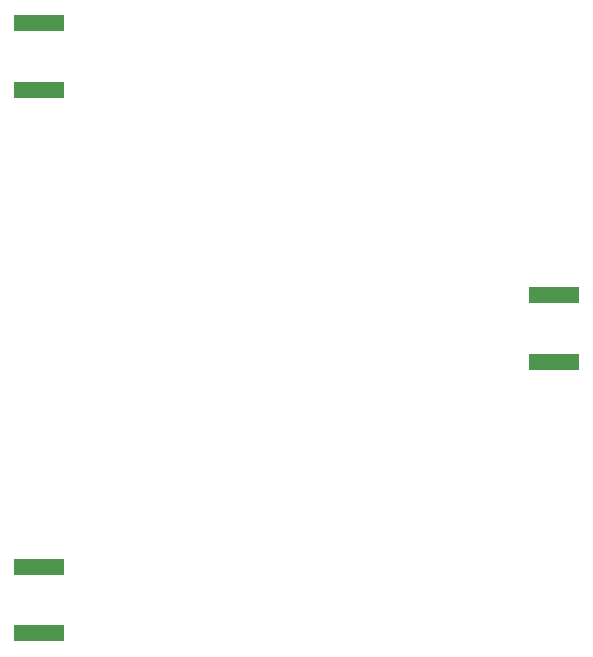
<source format=gbr>
%TF.GenerationSoftware,KiCad,Pcbnew,(5.1.6)-1*%
%TF.CreationDate,2020-10-09T05:33:10-04:00*%
%TF.ProjectId,RFID_PROJECT_PHASE-SHIFTER,52464944-5f50-4524-9f4a-4543545f5048,B*%
%TF.SameCoordinates,Original*%
%TF.FileFunction,Paste,Bot*%
%TF.FilePolarity,Positive*%
%FSLAX46Y46*%
G04 Gerber Fmt 4.6, Leading zero omitted, Abs format (unit mm)*
G04 Created by KiCad (PCBNEW (5.1.6)-1) date 2020-10-09 05:33:10*
%MOMM*%
%LPD*%
G01*
G04 APERTURE LIST*
%ADD10R,4.200000X1.350000*%
G04 APERTURE END LIST*
D10*
%TO.C,J5*%
X130700000Y-66675000D03*
X130700000Y-72325000D03*
%TD*%
%TO.C,J6*%
X130700000Y-112675000D03*
X130700000Y-118325000D03*
%TD*%
%TO.C,J7*%
X174300000Y-89675000D03*
X174300000Y-95325000D03*
%TD*%
M02*

</source>
